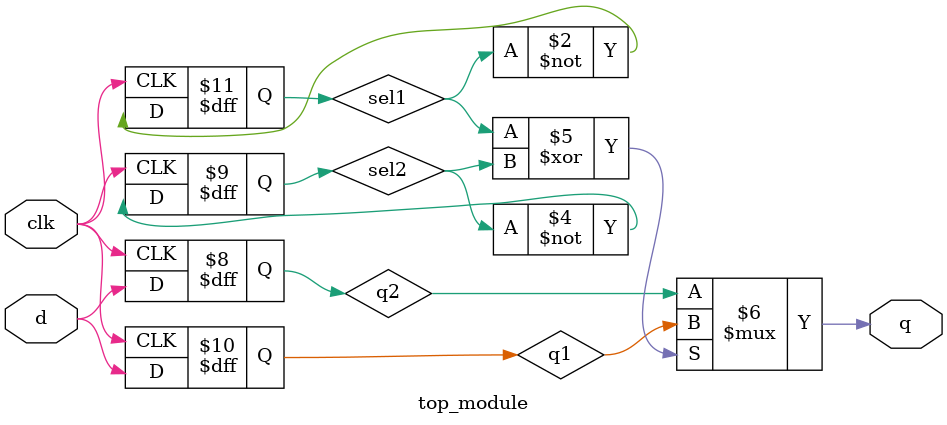
<source format=v>
module top_module (
    input clk,
    input d,
    output q
);
    reg q1, q2;
    reg sel1, sel2 = 0;

    always @(posedge clk) begin
       sel1 <= ~sel1;
       q1 <= d;
    end
    
    always @(negedge clk) begin
       q2 <= d;
       sel2 <= ~sel2;
    end
    
    assign q = sel1 ^ sel2 ? q1 : q2;
    
endmodule

</source>
